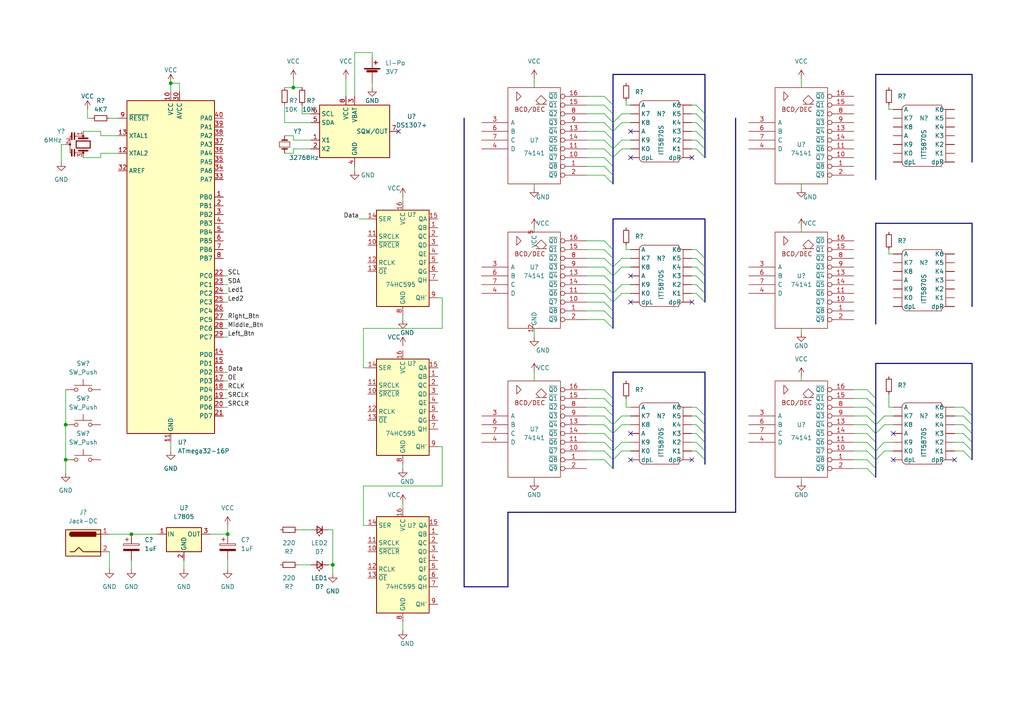
<source format=kicad_sch>
(kicad_sch (version 20211123) (generator eeschema)
  (paper "A4")
  (lib_symbols
    (symbol "74141_1" (pin_names (offset 0.762))
      (property "Reference" "U?" (at 0 3.81 0))
      (property "Value" "74141" (at 0 1.27 0))
      (symbol "74141_1_0_0"
        (polyline (pts (xy 3.556 9.144) (xy 3.048 9.144) (xy 3.048 9.144)))
        (polyline (pts (xy -5.08 12.7) (xy -5.08 10.16) (xy -3.81 11.43) (xy -5.08 12.7) (xy -5.08 12.7)))
        (polyline (pts (xy 2.54 9.144) (xy 3.556 10.16) (xy 2.032 11.684) (xy 0.508 10.16) (xy 1.524 9.144) (xy 0.508 9.144) (xy 3.556 9.144)))
        (text "BCD/DEC" (at -1.27 7.62 0) (effects (font (size 1.27 1.27))))
        (pin power_in line (at 0 -13.97 90) (length 0) (name "GND") (number "12"))
        (pin power_in line (at 0 13.97 270) (length 0) (name "VCC") (number "5"))
      )
      (symbol "74141_1_0_1"
        (rectangle (start -7.62 13.97) (end 7.62 -13.97))
      )
      (symbol "74141_1_1_1"
        (pin open_collector inverted (at 15.24 -8.89 180) (length 7.62) (name "~{Q8}") (number "1"))
        (pin open_collector inverted (at 15.24 -6.35 180) (length 7.62) (name "~{Q7}") (number "10"))
        (pin open_collector inverted (at 15.24 -3.81 180) (length 7.62) (name "~{Q6}") (number "11"))
        (pin open_collector inverted (at 15.24 1.27 180) (length 7.62) (name "~{Q4}") (number "13"))
        (pin open_collector inverted (at 15.24 -1.27 180) (length 7.62) (name "~{Q5}") (number "14"))
        (pin open_collector inverted (at 15.24 8.89 180) (length 7.62) (name "~{Q1}") (number "15"))
        (pin open_collector inverted (at 15.24 11.43 180) (length 7.62) (name "~{Q0}") (number "16"))
        (pin open_collector inverted (at 15.24 -11.43 180) (length 7.62) (name "~{Q9}") (number "2"))
        (pin input line (at -15.24 3.81 0) (length 7.62) (name "A") (number "3"))
        (pin input line (at -15.24 -3.81 0) (length 7.62) (name "D") (number "4"))
        (pin input line (at -15.24 1.27 0) (length 7.62) (name "B") (number "6"))
        (pin input line (at -15.24 -1.27 0) (length 7.62) (name "C") (number "7"))
        (pin open_collector inverted (at 15.24 6.35 180) (length 7.62) (name "~{Q2}") (number "8"))
        (pin open_collector inverted (at 15.24 3.81 180) (length 7.62) (name "~{Q3}") (number "9"))
      )
    )
    (symbol "74xx:74HC595"
      (property "Reference" "U" (at -7.62 13.97 0))
      (property "Value" "74HC595" (at -7.62 -16.51 0))
      (symbol "74HC595_1_0"
        (pin tri_state line (at 10.16 7.62 180) (length 2.54) (name "QB") (number "1"))
        (pin input line (at -10.16 2.54 0) (length 2.54) (name "~{SRCLR}") (number "10"))
        (pin input line (at -10.16 5.08 0) (length 2.54) (name "SRCLK") (number "11"))
        (pin input line (at -10.16 -2.54 0) (length 2.54) (name "RCLK") (number "12"))
        (pin input line (at -10.16 -5.08 0) (length 2.54) (name "~{OE}") (number "13"))
        (pin input line (at -10.16 10.16 0) (length 2.54) (name "SER") (number "14"))
        (pin tri_state line (at 10.16 10.16 180) (length 2.54) (name "QA") (number "15"))
        (pin power_in line (at 0 15.24 270) (length 2.54) (name "VCC") (number "16"))
        (pin tri_state line (at 10.16 5.08 180) (length 2.54) (name "QC") (number "2"))
        (pin tri_state line (at 10.16 2.54 180) (length 2.54) (name "QD") (number "3"))
        (pin tri_state line (at 10.16 0 180) (length 2.54) (name "QE") (number "4"))
        (pin tri_state line (at 10.16 -2.54 180) (length 2.54) (name "QF") (number "5"))
        (pin tri_state line (at 10.16 -5.08 180) (length 2.54) (name "QG") (number "6"))
        (pin tri_state line (at 10.16 -7.62 180) (length 2.54) (name "QH") (number "7"))
        (pin power_in line (at 0 -17.78 90) (length 2.54) (name "GND") (number "8"))
        (pin output line (at 10.16 -12.7 180) (length 2.54) (name "QH'") (number "9"))
      )
      (symbol "74HC595_1_1"
        (rectangle (start -7.62 12.7) (end 7.62 -15.24) (stroke (width 0.254)) (fill (type background)))
      )
    )
    (symbol "74xx_IEEE:74141" (pin_names (offset 0.762))
      (property "Reference" "U" (at 0 0 0))
      (property "Value" "74141" (at 7.62 -15.24 0))
      (symbol "74141_0_0"
        (polyline (pts (xy 3.556 9.144) (xy 3.048 9.144) (xy 3.048 9.144)))
        (polyline (pts (xy -5.08 12.7) (xy -5.08 10.16) (xy -3.81 11.43) (xy -5.08 12.7) (xy -5.08 12.7)))
        (polyline (pts (xy 2.54 9.144) (xy 3.556 10.16) (xy 2.032 11.684) (xy 0.508 10.16) (xy 1.524 9.144) (xy 0.508 9.144) (xy 3.556 9.144)))
        (text "BCD/DEC" (at -1.27 7.62 0) (effects (font (size 1.27 1.27))))
        (pin power_in line (at 0 -13.97 90) (length 0) hide (name "GND") (number "12"))
        (pin power_in line (at 0 13.97 270) (length 0) hide (name "VCC") (number "5"))
      )
      (symbol "74141_0_1"
        (rectangle (start -7.62 13.97) (end 7.62 -13.97))
      )
      (symbol "74141_1_1"
        (pin open_collector inverted (at 15.24 -8.89 180) (length 7.62) (name "~{Q8}") (number "1"))
        (pin open_collector inverted (at 15.24 -6.35 180) (length 7.62) (name "~{Q7}") (number "10"))
        (pin open_collector inverted (at 15.24 -3.81 180) (length 7.62) (name "~{Q6}") (number "11"))
        (pin open_collector inverted (at 15.24 1.27 180) (length 7.62) (name "~{Q4}") (number "13"))
        (pin open_collector inverted (at 15.24 -1.27 180) (length 7.62) (name "~{Q5}") (number "14"))
        (pin open_collector inverted (at 15.24 8.89 180) (length 7.62) (name "~{Q1}") (number "15"))
        (pin open_collector inverted (at 15.24 11.43 180) (length 7.62) (name "~{Q0}") (number "16"))
        (pin open_collector inverted (at 15.24 -11.43 180) (length 7.62) (name "~{Q9}") (number "2"))
        (pin input line (at -15.24 3.81 0) (length 7.62) (name "A") (number "3"))
        (pin input line (at -15.24 -3.81 0) (length 7.62) (name "D") (number "4"))
        (pin input line (at -15.24 1.27 0) (length 7.62) (name "B") (number "6"))
        (pin input line (at -15.24 -1.27 0) (length 7.62) (name "C") (number "7"))
        (pin open_collector inverted (at 15.24 6.35 180) (length 7.62) (name "~{Q2}") (number "8"))
        (pin open_collector inverted (at 15.24 3.81 180) (length 7.62) (name "~{Q3}") (number "9"))
      )
    )
    (symbol "Connector:Jack-DC" (pin_names (offset 1.016))
      (property "Reference" "J" (at 0 5.334 0))
      (property "Value" "Jack-DC" (at 0 -5.08 0))
      (symbol "Jack-DC_0_1"
        (rectangle (start -5.08 3.81) (end 5.08 -3.81) (stroke (width 0.254)) (fill (type background)))
        (arc (start -3.302 3.175) (mid -3.937 2.54) (end -3.302 1.905) (stroke (width 0.254)))
        (arc (start -3.302 3.175) (mid -3.937 2.54) (end -3.302 1.905) (stroke (width 0.254)) (fill (type outline)))
        (polyline (pts (xy 5.08 2.54) (xy 3.81 2.54)) (stroke (width 0.254)))
        (polyline (pts (xy -3.81 -2.54) (xy -2.54 -2.54) (xy -1.27 -1.27) (xy 0 -2.54) (xy 2.54 -2.54) (xy 5.08 -2.54)) (stroke (width 0.254)))
        (rectangle (start 3.683 3.175) (end -3.302 1.905) (stroke (width 0.254)) (fill (type outline)))
      )
      (symbol "Jack-DC_1_1"
        (pin passive line (at 7.62 2.54 180) (length 2.54) (name "~") (number "1"))
        (pin passive line (at 7.62 -2.54 180) (length 2.54) (name "~") (number "2"))
      )
    )
    (symbol "Device:Battery_Cell" (pin_numbers hide) (pin_names (offset 0) hide)
      (property "Reference" "BT" (at 2.54 2.54 0))
      (property "Value" "Battery_Cell" (at 2.54 0 0))
      (symbol "Battery_Cell_0_1"
        (rectangle (start -2.286 1.778) (end 2.286 1.524) (fill (type outline)))
        (rectangle (start -1.5748 1.1938) (end 1.4732 0.6858) (fill (type outline)))
        (polyline (pts (xy 0 0.762) (xy 0 0)))
        (polyline (pts (xy 0 1.778) (xy 0 2.54)))
        (polyline (pts (xy 0.508 3.429) (xy 1.524 3.429)) (stroke (width 0.254)))
        (polyline (pts (xy 1.016 3.937) (xy 1.016 2.921)) (stroke (width 0.254)))
      )
      (symbol "Battery_Cell_1_1"
        (pin passive line (at 0 5.08 270) (length 2.54) (name "+") (number "1"))
        (pin passive line (at 0 -2.54 90) (length 2.54) (name "-") (number "2"))
      )
    )
    (symbol "Device:C_Polarized" (pin_numbers hide) (pin_names (offset 0.254))
      (property "Reference" "C" (at 0.635 2.54 0))
      (property "Value" "C_Polarized" (at 0.635 -2.54 0))
      (symbol "C_Polarized_0_1"
        (rectangle (start -2.286 0.508) (end 2.286 1.016))
        (polyline (pts (xy -1.778 2.286) (xy -0.762 2.286)))
        (polyline (pts (xy -1.27 2.794) (xy -1.27 1.778)))
        (rectangle (start 2.286 -0.508) (end -2.286 -1.016) (fill (type outline)))
      )
      (symbol "C_Polarized_1_1"
        (pin passive line (at 0 3.81 270) (length 2.794) (name "~") (number "1"))
        (pin passive line (at 0 -3.81 90) (length 2.794) (name "~") (number "2"))
      )
    )
    (symbol "Device:Crystal_Small" (pin_numbers hide) (pin_names (offset 1.016) hide)
      (property "Reference" "Y" (at 0 2.54 0))
      (property "Value" "Crystal_Small" (at 0 -2.54 0))
      (symbol "Crystal_Small_0_1"
        (rectangle (start -0.762 -1.524) (end 0.762 1.524))
        (polyline (pts (xy -1.27 -0.762) (xy -1.27 0.762)) (stroke (width 0.381)))
        (polyline (pts (xy 1.27 -0.762) (xy 1.27 0.762)) (stroke (width 0.381)))
      )
      (symbol "Crystal_Small_1_1"
        (pin passive line (at -2.54 0 0) (length 1.27) (name "1") (number "1"))
        (pin passive line (at 2.54 0 180) (length 1.27) (name "2") (number "2"))
      )
    )
    (symbol "Device:LED_Small" (pin_numbers hide) (pin_names (offset 0.254) hide)
      (property "Reference" "D" (at -1.27 3.175 0))
      (property "Value" "LED_Small" (at -4.445 -2.54 0))
      (symbol "LED_Small_0_1"
        (polyline (pts (xy -0.762 -1.016) (xy -0.762 1.016)) (stroke (width 0.254)))
        (polyline (pts (xy 1.016 0) (xy -0.762 0)))
        (polyline (pts (xy 0.762 -1.016) (xy -0.762 0) (xy 0.762 1.016) (xy 0.762 -1.016)) (stroke (width 0.254)))
        (polyline (pts (xy 0 0.762) (xy -0.508 1.27) (xy -0.254 1.27) (xy -0.508 1.27) (xy -0.508 1.016)))
        (polyline (pts (xy 0.508 1.27) (xy 0 1.778) (xy 0.254 1.778) (xy 0 1.778) (xy 0 1.524)))
      )
      (symbol "LED_Small_1_1"
        (pin passive line (at -2.54 0 0) (length 1.778) (name "K") (number "1"))
        (pin passive line (at 2.54 0 180) (length 1.778) (name "A") (number "2"))
      )
    )
    (symbol "Device:R_Small" (pin_numbers hide) (pin_names (offset 0.254) hide)
      (property "Reference" "R" (at 0.762 0.508 0))
      (property "Value" "R_Small" (at 0.762 -1.016 0))
      (symbol "R_Small_0_1"
        (rectangle (start -0.762 1.778) (end 0.762 -1.778) (stroke (width 0.2032)))
      )
      (symbol "R_Small_1_1"
        (pin passive line (at 0 2.54 270) (length 0.762) (name "~") (number "1"))
        (pin passive line (at 0 -2.54 90) (length 0.762) (name "~") (number "2"))
      )
    )
    (symbol "Device:Resonator" (pin_names (offset 1.016) hide)
      (property "Reference" "Y" (at 0 5.715 0))
      (property "Value" "Resonator" (at 0 3.81 0))
      (symbol "Resonator_0_1"
        (rectangle (start -3.429 -3.175) (end -1.397 -3.429) (fill (type outline)))
        (rectangle (start -3.429 -2.413) (end -1.397 -2.667) (fill (type outline)))
        (circle (center -2.413 0) (radius 0.254) (fill (type outline)))
        (rectangle (start -1.016 2.032) (end 1.016 -2.032) (stroke (width 0.3048)))
        (circle (center 0 -3.81) (radius 0.254) (fill (type outline)))
        (polyline (pts (xy -2.413 -2.413) (xy -2.413 0)))
        (polyline (pts (xy -1.905 0) (xy -3.175 0)))
        (polyline (pts (xy -1.778 -1.27) (xy -1.778 1.27)) (stroke (width 0.508)))
        (polyline (pts (xy 1.778 -1.27) (xy 1.778 1.27)) (stroke (width 0.508)))
        (polyline (pts (xy 1.905 0) (xy 2.54 0)))
        (polyline (pts (xy 2.413 0) (xy 2.413 -2.54)))
        (polyline (pts (xy 2.413 -3.302) (xy 2.413 -3.81) (xy -2.413 -3.81) (xy -2.413 -3.302)))
        (rectangle (start 1.397 -3.175) (end 3.429 -3.429) (fill (type outline)))
        (rectangle (start 1.397 -2.413) (end 3.429 -2.667) (fill (type outline)))
        (circle (center 2.413 0) (radius 0.254) (fill (type outline)))
      )
      (symbol "Resonator_1_1"
        (pin passive line (at -3.81 0 0) (length 1.27) (name "1") (number "1"))
        (pin passive line (at 0 -5.08 90) (length 1.27) (name "2") (number "2"))
        (pin passive line (at 3.81 0 180) (length 1.27) (name "3") (number "3"))
      )
    )
    (symbol "ITT5870S:ITT5870S"
      (property "Reference" "N" (at 0 -17.78 0))
      (property "Value" "ITT5870S" (at 0 -8.89 90))
      (symbol "ITT5870S_0_1"
        (arc (start -6.35 -19.05) (mid -5.978 -19.948) (end -5.08 -20.32))
        (arc (start -5.08 -2.54) (mid -5.978 -2.912) (end -6.35 -3.81))
        (polyline (pts (xy -6.35 -3.81) (xy -6.35 -19.05)))
        (polyline (pts (xy -5.08 -20.32) (xy 3.81 -20.32)))
        (polyline (pts (xy -5.08 -2.54) (xy 3.81 -2.54)))
        (polyline (pts (xy 5.08 -20.32) (xy 3.81 -20.32)))
        (polyline (pts (xy 5.08 -2.54) (xy 3.81 -2.54)))
        (polyline (pts (xy 6.35 -19.05) (xy 6.35 -3.81)))
        (arc (start 5.08 -2.54) (mid 4.182 -4.708) (end 6.35 -3.81))
        (arc (start 6.35 -19.05) (mid 4.182 -18.152) (end 5.08 -20.32))
      )
      (symbol "ITT5870S_1_1"
        (pin input line (at -8.89 -11.43 0) (length 2.54) (name "A") (number ""))
        (pin input line (at -8.89 -3.81 0) (length 2.54) (name "A") (number ""))
        (pin input line (at -8.89 -16.51 0) (length 2.54) (name "K0") (number ""))
        (pin input line (at 8.89 -16.51 180) (length 2.54) (name "K1") (number ""))
        (pin input line (at 8.89 -13.97 180) (length 2.54) (name "K2") (number ""))
        (pin input line (at 8.89 -11.43 180) (length 2.54) (name "K3") (number ""))
        (pin input line (at 8.89 -8.89 180) (length 2.54) (name "K4") (number ""))
        (pin input line (at 8.89 -6.35 180) (length 2.54) (name "K5") (number ""))
        (pin input line (at 8.89 -3.81 180) (length 2.54) (name "K6") (number ""))
        (pin input line (at -8.89 -6.35 0) (length 2.54) (name "K7") (number ""))
        (pin input line (at -8.89 -8.89 0) (length 2.54) (name "K8") (number ""))
        (pin input line (at -8.89 -13.97 0) (length 2.54) (name "K9") (number ""))
        (pin input line (at -8.89 -19.05 0) (length 2.54) (name "dpL") (number ""))
        (pin input line (at 8.89 -19.05 180) (length 2.54) (name "dpR") (number ""))
      )
    )
    (symbol "MCU_Microchip_ATmega:ATmega32-16P"
      (property "Reference" "U" (at -12.7 49.53 0))
      (property "Value" "ATmega32-16P" (at 2.54 -49.53 0))
      (symbol "ATmega32-16P_0_1"
        (rectangle (start -12.7 -48.26) (end 12.7 48.26) (stroke (width 0.254)) (fill (type background)))
      )
      (symbol "ATmega32-16P_1_1"
        (pin bidirectional line (at 15.24 20.32 180) (length 2.54) (name "PB0") (number "1"))
        (pin power_in line (at 0 50.8 270) (length 2.54) (name "VCC") (number "10"))
        (pin power_in line (at 0 -50.8 90) (length 2.54) (name "GND") (number "11"))
        (pin output line (at -15.24 33.02 0) (length 2.54) (name "XTAL2") (number "12"))
        (pin input line (at -15.24 38.1 0) (length 2.54) (name "XTAL1") (number "13"))
        (pin bidirectional line (at 15.24 -25.4 180) (length 2.54) (name "PD0") (number "14"))
        (pin bidirectional line (at 15.24 -27.94 180) (length 2.54) (name "PD1") (number "15"))
        (pin bidirectional line (at 15.24 -30.48 180) (length 2.54) (name "PD2") (number "16"))
        (pin bidirectional line (at 15.24 -33.02 180) (length 2.54) (name "PD3") (number "17"))
        (pin bidirectional line (at 15.24 -35.56 180) (length 2.54) (name "PD4") (number "18"))
        (pin bidirectional line (at 15.24 -38.1 180) (length 2.54) (name "PD5") (number "19"))
        (pin bidirectional line (at 15.24 17.78 180) (length 2.54) (name "PB1") (number "2"))
        (pin bidirectional line (at 15.24 -40.64 180) (length 2.54) (name "PD6") (number "20"))
        (pin bidirectional line (at 15.24 -43.18 180) (length 2.54) (name "PD7") (number "21"))
        (pin bidirectional line (at 15.24 -2.54 180) (length 2.54) (name "PC0") (number "22"))
        (pin bidirectional line (at 15.24 -5.08 180) (length 2.54) (name "PC1") (number "23"))
        (pin bidirectional line (at 15.24 -7.62 180) (length 2.54) (name "PC2") (number "24"))
        (pin bidirectional line (at 15.24 -10.16 180) (length 2.54) (name "PC3") (number "25"))
        (pin bidirectional line (at 15.24 -12.7 180) (length 2.54) (name "PC4") (number "26"))
        (pin bidirectional line (at 15.24 -15.24 180) (length 2.54) (name "PC5") (number "27"))
        (pin bidirectional line (at 15.24 -17.78 180) (length 2.54) (name "PC6") (number "28"))
        (pin bidirectional line (at 15.24 -20.32 180) (length 2.54) (name "PC7") (number "29"))
        (pin bidirectional line (at 15.24 15.24 180) (length 2.54) (name "PB2") (number "3"))
        (pin power_in line (at 2.54 50.8 270) (length 2.54) (name "AVCC") (number "30"))
        (pin passive line (at 0 -50.8 90) (length 2.54) hide (name "GND") (number "31"))
        (pin passive line (at -15.24 27.94 0) (length 2.54) (name "AREF") (number "32"))
        (pin bidirectional line (at 15.24 25.4 180) (length 2.54) (name "PA7") (number "33"))
        (pin bidirectional line (at 15.24 27.94 180) (length 2.54) (name "PA6") (number "34"))
        (pin bidirectional line (at 15.24 30.48 180) (length 2.54) (name "PA5") (number "35"))
        (pin bidirectional line (at 15.24 33.02 180) (length 2.54) (name "PA4") (number "36"))
        (pin bidirectional line (at 15.24 35.56 180) (length 2.54) (name "PA3") (number "37"))
        (pin bidirectional line (at 15.24 38.1 180) (length 2.54) (name "PA2") (number "38"))
        (pin bidirectional line (at 15.24 40.64 180) (length 2.54) (name "PA1") (number "39"))
        (pin bidirectional line (at 15.24 12.7 180) (length 2.54) (name "PB3") (number "4"))
        (pin bidirectional line (at 15.24 43.18 180) (length 2.54) (name "PA0") (number "40"))
        (pin bidirectional line (at 15.24 10.16 180) (length 2.54) (name "PB4") (number "5"))
        (pin bidirectional line (at 15.24 7.62 180) (length 2.54) (name "PB5") (number "6"))
        (pin bidirectional line (at 15.24 5.08 180) (length 2.54) (name "PB6") (number "7"))
        (pin bidirectional line (at 15.24 2.54 180) (length 2.54) (name "PB7") (number "8"))
        (pin input line (at -15.24 43.18 0) (length 2.54) (name "~{RESET}") (number "9"))
      )
    )
    (symbol "Regulator_Linear:L7805" (pin_names (offset 0.254))
      (property "Reference" "U" (at -3.81 3.175 0))
      (property "Value" "L7805" (at 0 3.175 0))
      (symbol "L7805_0_1"
        (rectangle (start -5.08 1.905) (end 5.08 -5.08) (stroke (width 0.254)) (fill (type background)))
      )
      (symbol "L7805_1_1"
        (pin power_in line (at -7.62 0 0) (length 2.54) (name "IN") (number "1"))
        (pin power_in line (at 0 -7.62 90) (length 2.54) (name "GND") (number "2"))
        (pin power_out line (at 7.62 0 180) (length 2.54) (name "OUT") (number "3"))
      )
    )
    (symbol "Switch:SW_Push" (pin_numbers hide) (pin_names (offset 1.016) hide)
      (property "Reference" "SW" (at 1.27 2.54 0))
      (property "Value" "SW_Push" (at 0 -1.524 0))
      (symbol "SW_Push_0_1"
        (circle (center -2.032 0) (radius 0.508))
        (polyline (pts (xy 0 1.27) (xy 0 3.048)))
        (polyline (pts (xy 2.54 1.27) (xy -2.54 1.27)))
        (circle (center 2.032 0) (radius 0.508))
        (pin passive line (at -5.08 0 0) (length 2.54) (name "1") (number "1"))
        (pin passive line (at 5.08 0 180) (length 2.54) (name "2") (number "2"))
      )
    )
    (symbol "Timer_RTC:DS1307+"
      (property "Reference" "U" (at -8.89 8.89 0))
      (property "Value" "DS1307+" (at 1.27 8.89 0))
      (symbol "DS1307+_0_1"
        (rectangle (start -10.16 7.62) (end 10.16 -7.62) (stroke (width 0.254)) (fill (type background)))
      )
      (symbol "DS1307+_1_1"
        (pin input line (at -12.7 -2.54 0) (length 2.54) (name "X1") (number "1"))
        (pin input line (at -12.7 -5.08 0) (length 2.54) (name "X2") (number "2"))
        (pin power_in line (at 0 10.16 270) (length 2.54) (name "VBAT") (number "3"))
        (pin power_in line (at 0 -10.16 90) (length 2.54) (name "GND") (number "4"))
        (pin bidirectional line (at -12.7 2.54 0) (length 2.54) (name "SDA") (number "5"))
        (pin input line (at -12.7 5.08 0) (length 2.54) (name "SCL") (number "6"))
        (pin open_collector line (at 12.7 0 180) (length 2.54) (name "SQW/OUT") (number "7"))
        (pin power_in line (at -2.54 10.16 270) (length 2.54) (name "VCC") (number "8"))
      )
    )
    (symbol "power:GND" (power) (pin_names (offset 0))
      (property "Value" "GND" (at 0 -3.81 0))
      (symbol "GND_0_1"
        (polyline (pts (xy 0 0) (xy 0 -1.27) (xy 1.27 -1.27) (xy 0 -2.54) (xy -1.27 -1.27) (xy 0 -1.27)))
      )
      (symbol "GND_1_1"
        (pin power_in line (at 0 0 270) (length 0) hide (name "GND") (number "1"))
      )
    )
    (symbol "power:VCC" (power) (pin_names (offset 0))
      (property "Value" "VCC" (at 0 3.81 0))
      (symbol "VCC_0_1"
        (polyline (pts (xy -0.762 1.27) (xy 0 2.54)))
        (polyline (pts (xy 0 0) (xy 0 2.54)))
        (polyline (pts (xy 0 2.54) (xy 0.762 1.27)))
      )
      (symbol "VCC_1_1"
        (pin power_in line (at 0 0 90) (length 0) hide (name "VCC") (number "1"))
      )
    )
  )
  (junction (at 49.53 24.13))
  (junction (at 19.05 123.19))
  (junction (at 96.52 163.83))
  (junction (at 19.05 133.35))
  (junction (at 85.09 25.4))
  (junction (at 66.04 154.94))
  (junction (at 38.1 154.94))
  (no_connect (at 115.57 38.1))
  (no_connect (at 200.66 87.63))
  (no_connect (at 182.88 38.1))
  (no_connect (at 259.08 125.73))
  (no_connect (at 182.88 125.73))
  (no_connect (at 200.66 45.72))
  (no_connect (at 276.86 133.35))
  (no_connect (at 259.08 133.35))
  (no_connect (at 182.88 87.63))
  (no_connect (at 182.88 133.35))
  (no_connect (at 182.88 45.72))
  (no_connect (at 182.88 80.01))
  (no_connect (at 200.66 133.35))
  (bus_entry (at 175.26 120.65) (size 2.54 2.54))
  (bus_entry (at 201.93 33.02) (size 2.54 2.54))
  (bus_entry (at 175.26 77.47) (size 2.54 2.54))
  (bus_entry (at 201.93 38.1) (size 2.54 2.54))
  (bus_entry (at 175.26 48.26) (size 2.54 2.54))
  (bus_entry (at 201.93 128.27) (size 2.54 2.54))
  (bus_entry (at 175.26 87.63) (size 2.54 2.54))
  (bus_entry (at 180.34 33.02) (size -2.54 2.54))
  (bus_entry (at 180.34 40.64) (size -2.54 2.54))
  (bus_entry (at 201.93 77.47) (size 2.54 2.54))
  (bus_entry (at 201.93 30.48) (size 2.54 2.54))
  (bus_entry (at 180.34 74.93) (size -2.54 2.54))
  (bus_entry (at 279.4 128.27) (size 2.54 2.54))
  (bus_entry (at 180.34 123.19) (size -2.54 2.54))
  (bus_entry (at 175.26 82.55) (size 2.54 2.54))
  (bus_entry (at 201.93 125.73) (size 2.54 2.54))
  (bus_entry (at 180.34 128.27) (size -2.54 2.54))
  (bus_entry (at 201.93 72.39) (size 2.54 2.54))
  (bus_entry (at 251.46 135.89) (size 2.54 2.54))
  (bus_entry (at 175.26 80.01) (size 2.54 2.54))
  (bus_entry (at 175.26 43.18) (size 2.54 2.54))
  (bus_entry (at 201.93 80.01) (size 2.54 2.54))
  (bus_entry (at 201.93 118.11) (size 2.54 2.54))
  (bus_entry (at 175.26 128.27) (size 2.54 2.54))
  (bus_entry (at 279.4 130.81) (size 2.54 2.54))
  (bus_entry (at 175.26 40.64) (size 2.54 2.54))
  (bus_entry (at 251.46 130.81) (size 2.54 2.54))
  (bus_entry (at 251.46 128.27) (size 2.54 2.54))
  (bus_entry (at 180.34 77.47) (size -2.54 2.54))
  (bus_entry (at 175.26 72.39) (size 2.54 2.54))
  (bus_entry (at 201.93 82.55) (size 2.54 2.54))
  (bus_entry (at 201.93 130.81) (size 2.54 2.54))
  (bus_entry (at 175.26 125.73) (size 2.54 2.54))
  (bus_entry (at 180.34 85.09) (size -2.54 2.54))
  (bus_entry (at 180.34 82.55) (size -2.54 2.54))
  (bus_entry (at 175.26 118.11) (size 2.54 2.54))
  (bus_entry (at 175.26 133.35) (size 2.54 2.54))
  (bus_entry (at 175.26 69.85) (size 2.54 2.54))
  (bus_entry (at 256.54 120.65) (size -2.54 2.54))
  (bus_entry (at 251.46 125.73) (size 2.54 2.54))
  (bus_entry (at 251.46 120.65) (size 2.54 2.54))
  (bus_entry (at 175.26 27.94) (size 2.54 2.54))
  (bus_entry (at 175.26 50.8) (size 2.54 2.54))
  (bus_entry (at 201.93 43.18) (size 2.54 2.54))
  (bus_entry (at 256.54 123.19) (size -2.54 2.54))
  (bus_entry (at 279.4 125.73) (size 2.54 2.54))
  (bus_entry (at 175.26 74.93) (size 2.54 2.54))
  (bus_entry (at 175.26 90.17) (size 2.54 2.54))
  (bus_entry (at 201.93 85.09) (size 2.54 2.54))
  (bus_entry (at 180.34 120.65) (size -2.54 2.54))
  (bus_entry (at 251.46 115.57) (size 2.54 2.54))
  (bus_entry (at 175.26 45.72) (size 2.54 2.54))
  (bus_entry (at 201.93 123.19) (size 2.54 2.54))
  (bus_entry (at 180.34 43.18) (size -2.54 2.54))
  (bus_entry (at 175.26 130.81) (size 2.54 2.54))
  (bus_entry (at 175.26 38.1) (size 2.54 2.54))
  (bus_entry (at 180.34 35.56) (size -2.54 2.54))
  (bus_entry (at 251.46 123.19) (size 2.54 2.54))
  (bus_entry (at 180.34 130.81) (size -2.54 2.54))
  (bus_entry (at 279.4 123.19) (size 2.54 2.54))
  (bus_entry (at 201.93 40.64) (size 2.54 2.54))
  (bus_entry (at 175.26 30.48) (size 2.54 2.54))
  (bus_entry (at 175.26 123.19) (size 2.54 2.54))
  (bus_entry (at 256.54 128.27) (size -2.54 2.54))
  (bus_entry (at 175.26 115.57) (size 2.54 2.54))
  (bus_entry (at 175.26 92.71) (size 2.54 2.54))
  (bus_entry (at 175.26 113.03) (size 2.54 2.54))
  (bus_entry (at 201.93 74.93) (size 2.54 2.54))
  (bus_entry (at 201.93 120.65) (size 2.54 2.54))
  (bus_entry (at 175.26 33.02) (size 2.54 2.54))
  (bus_entry (at 201.93 35.56) (size 2.54 2.54))
  (bus_entry (at 256.54 130.81) (size -2.54 2.54))
  (bus_entry (at 251.46 133.35) (size 2.54 2.54))
  (bus_entry (at 175.26 85.09) (size 2.54 2.54))
  (bus_entry (at 175.26 35.56) (size 2.54 2.54))
  (bus_entry (at 279.4 118.11) (size 2.54 2.54))
  (bus_entry (at 279.4 120.65) (size 2.54 2.54))
  (bus_entry (at 251.46 118.11) (size 2.54 2.54))
  (bus_entry (at 251.46 113.03) (size 2.54 2.54))
  (bus (pts (xy 254 123.19) (xy 254 120.65)))
  (bus (pts (xy 204.47 120.65) (xy 204.47 123.19)))
  (wire (pts (xy 19.05 41.91) (xy 17.78 41.91)))
  (bus (pts (xy 177.8 107.95) (xy 204.47 107.95)))
  (wire (pts (xy 90.17 153.67) (xy 86.36 153.67)))
  (wire (pts (xy 64.77 118.11) (xy 66.04 118.11)))
  (wire (pts (xy 170.18 128.27) (xy 175.26 128.27)))
  (bus (pts (xy 254 130.81) (xy 254 128.27)))
  (wire (pts (xy 25.4 31.75) (xy 25.4 34.29)))
  (wire (pts (xy 247.65 115.57) (xy 251.46 115.57)))
  (wire (pts (xy 256.54 120.65) (xy 259.08 120.65)))
  (wire (pts (xy 257.81 118.11) (xy 259.08 118.11)))
  (wire (pts (xy 181.61 30.48) (xy 182.88 30.48)))
  (bus (pts (xy 177.8 33.02) (xy 177.8 30.48)))
  (wire (pts (xy 85.09 22.86) (xy 85.09 25.4)))
  (bus (pts (xy 177.8 50.8) (xy 177.8 53.34)))
  (wire (pts (xy 200.66 35.56) (xy 201.93 35.56)))
  (wire (pts (xy 116.84 91.44) (xy 116.84 92.71)))
  (wire (pts (xy 116.84 57.15) (xy 116.84 58.42)))
  (wire (pts (xy 102.87 48.26) (xy 102.87 49.53)))
  (wire (pts (xy 170.18 87.63) (xy 175.26 87.63)))
  (wire (pts (xy 170.18 118.11) (xy 175.26 118.11)))
  (wire (pts (xy 105.41 95.25) (xy 105.41 106.68)))
  (wire (pts (xy 85.09 44.45) (xy 85.09 43.18)))
  (wire (pts (xy 232.41 22.86) (xy 232.41 25.4)))
  (wire (pts (xy 170.18 50.8) (xy 175.26 50.8)))
  (bus (pts (xy 177.8 35.56) (xy 177.8 33.02)))
  (bus (pts (xy 177.8 45.72) (xy 177.8 43.18)))
  (wire (pts (xy 128.27 95.25) (xy 105.41 95.25)))
  (bus (pts (xy 254 133.35) (xy 254 130.81)))
  (bus (pts (xy 177.8 48.26) (xy 177.8 45.72)))
  (wire (pts (xy 52.07 26.67) (xy 52.07 24.13)))
  (bus (pts (xy 281.94 21.59) (xy 281.94 46.99)))
  (bus (pts (xy 254 118.11) (xy 254 115.57)))
  (wire (pts (xy 170.18 35.56) (xy 175.26 35.56)))
  (bus (pts (xy 254 64.77) (xy 281.94 64.77)))
  (wire (pts (xy 276.86 125.73) (xy 279.4 125.73)))
  (bus (pts (xy 177.8 133.35) (xy 177.8 135.89)))
  (wire (pts (xy 87.63 30.48) (xy 87.63 33.02)))
  (bus (pts (xy 147.32 170.18) (xy 147.32 148.59)))
  (wire (pts (xy 154.94 53.34) (xy 154.94 54.61)))
  (bus (pts (xy 204.47 35.56) (xy 204.47 38.1)))
  (bus (pts (xy 177.8 50.8) (xy 177.8 48.26)))
  (bus (pts (xy 177.8 30.48) (xy 177.8 21.59)))
  (bus (pts (xy 254 21.59) (xy 281.94 21.59)))
  (wire (pts (xy 200.66 43.18) (xy 201.93 43.18)))
  (wire (pts (xy 128.27 140.97) (xy 105.41 140.97)))
  (wire (pts (xy 170.18 72.39) (xy 175.26 72.39)))
  (wire (pts (xy 105.41 140.97) (xy 105.41 152.4)))
  (wire (pts (xy 19.05 133.35) (xy 19.05 137.16)))
  (wire (pts (xy 154.94 95.25) (xy 154.94 97.79)))
  (wire (pts (xy 180.34 77.47) (xy 182.88 77.47)))
  (bus (pts (xy 254 52.07) (xy 254 21.59)))
  (wire (pts (xy 85.09 25.4) (xy 87.63 25.4)))
  (wire (pts (xy 200.66 72.39) (xy 201.93 72.39)))
  (wire (pts (xy 104.14 63.5) (xy 106.68 63.5)))
  (bus (pts (xy 177.8 130.81) (xy 177.8 133.35)))
  (wire (pts (xy 66.04 162.56) (xy 66.04 165.1)))
  (wire (pts (xy 49.53 24.13) (xy 52.07 24.13)))
  (wire (pts (xy 170.18 115.57) (xy 175.26 115.57)))
  (bus (pts (xy 177.8 40.64) (xy 177.8 38.1)))
  (wire (pts (xy 256.54 130.81) (xy 259.08 130.81)))
  (bus (pts (xy 281.94 123.19) (xy 281.94 125.73)))
  (wire (pts (xy 127 129.54) (xy 128.27 129.54)))
  (wire (pts (xy 232.41 66.04) (xy 232.41 67.31)))
  (wire (pts (xy 170.18 82.55) (xy 175.26 82.55)))
  (wire (pts (xy 85.09 25.4) (xy 82.55 25.4)))
  (wire (pts (xy 127 86.36) (xy 128.27 86.36)))
  (wire (pts (xy 38.1 162.56) (xy 38.1 165.1)))
  (wire (pts (xy 170.18 133.35) (xy 175.26 133.35)))
  (bus (pts (xy 281.94 128.27) (xy 281.94 130.81)))
  (wire (pts (xy 170.18 45.72) (xy 175.26 45.72)))
  (wire (pts (xy 170.18 33.02) (xy 175.26 33.02)))
  (wire (pts (xy 180.34 128.27) (xy 182.88 128.27)))
  (bus (pts (xy 204.47 21.59) (xy 204.47 33.02)))
  (wire (pts (xy 257.81 30.48) (xy 257.81 31.75)))
  (wire (pts (xy 200.66 120.65) (xy 201.93 120.65)))
  (wire (pts (xy 232.41 95.25) (xy 232.41 96.52)))
  (bus (pts (xy 204.47 123.19) (xy 204.47 125.73)))
  (wire (pts (xy 154.94 107.95) (xy 154.94 110.49)))
  (wire (pts (xy 90.17 163.83) (xy 86.36 163.83)))
  (wire (pts (xy 200.66 82.55) (xy 201.93 82.55)))
  (wire (pts (xy 247.65 118.11) (xy 251.46 118.11)))
  (wire (pts (xy 64.77 115.57) (xy 66.04 115.57)))
  (wire (pts (xy 170.18 77.47) (xy 175.26 77.47)))
  (wire (pts (xy 85.09 40.64) (xy 85.09 39.37)))
  (bus (pts (xy 177.8 43.18) (xy 177.8 40.64)))
  (bus (pts (xy 177.8 21.59) (xy 204.47 21.59)))
  (bus (pts (xy 177.8 80.01) (xy 177.8 82.55)))
  (wire (pts (xy 276.86 128.27) (xy 279.4 128.27)))
  (wire (pts (xy 247.65 135.89) (xy 251.46 135.89)))
  (wire (pts (xy 34.29 39.37) (xy 29.21 39.37)))
  (wire (pts (xy 64.77 113.03) (xy 66.04 113.03)))
  (wire (pts (xy 38.1 154.94) (xy 45.72 154.94)))
  (wire (pts (xy 180.34 74.93) (xy 182.88 74.93)))
  (bus (pts (xy 254 120.65) (xy 254 118.11)))
  (bus (pts (xy 204.47 125.73) (xy 204.47 128.27)))
  (bus (pts (xy 204.47 40.64) (xy 204.47 43.18)))
  (wire (pts (xy 170.18 85.09) (xy 175.26 85.09)))
  (bus (pts (xy 281.94 130.81) (xy 281.94 133.35)))
  (bus (pts (xy 281.94 105.41) (xy 281.94 120.65)))
  (wire (pts (xy 170.18 90.17) (xy 175.26 90.17)))
  (wire (pts (xy 170.18 123.19) (xy 175.26 123.19)))
  (wire (pts (xy 64.77 107.95) (xy 66.04 107.95)))
  (wire (pts (xy 200.66 85.09) (xy 201.93 85.09)))
  (wire (pts (xy 116.84 146.05) (xy 116.84 147.32)))
  (bus (pts (xy 254 105.41) (xy 281.94 105.41)))
  (bus (pts (xy 204.47 43.18) (xy 204.47 45.72)))
  (wire (pts (xy 154.94 22.86) (xy 154.94 25.4)))
  (bus (pts (xy 177.8 38.1) (xy 177.8 35.56)))
  (wire (pts (xy 170.18 38.1) (xy 175.26 38.1)))
  (bus (pts (xy 204.47 82.55) (xy 204.47 85.09)))
  (wire (pts (xy 200.66 40.64) (xy 201.93 40.64)))
  (wire (pts (xy 276.86 123.19) (xy 279.4 123.19)))
  (wire (pts (xy 276.86 120.65) (xy 279.4 120.65)))
  (bus (pts (xy 177.8 92.71) (xy 177.8 95.25)))
  (bus (pts (xy 281.94 120.65) (xy 281.94 123.19)))
  (bus (pts (xy 177.8 82.55) (xy 177.8 85.09)))
  (wire (pts (xy 64.77 82.55) (xy 66.04 82.55)))
  (wire (pts (xy 232.41 53.34) (xy 232.41 54.61)))
  (wire (pts (xy 64.77 110.49) (xy 66.04 110.49)))
  (bus (pts (xy 204.47 80.01) (xy 204.47 82.55)))
  (wire (pts (xy 276.86 118.11) (xy 279.4 118.11)))
  (wire (pts (xy 257.81 72.39) (xy 257.81 73.66)))
  (wire (pts (xy 17.78 41.91) (xy 17.78 46.99)))
  (bus (pts (xy 177.8 123.19) (xy 177.8 125.73)))
  (wire (pts (xy 96.52 153.67) (xy 96.52 163.83)))
  (wire (pts (xy 170.18 74.93) (xy 175.26 74.93)))
  (bus (pts (xy 281.94 125.73) (xy 281.94 128.27)))
  (wire (pts (xy 200.66 125.73) (xy 201.93 125.73)))
  (bus (pts (xy 254 115.57) (xy 254 105.41)))
  (wire (pts (xy 200.66 77.47) (xy 201.93 77.47)))
  (wire (pts (xy 200.66 38.1) (xy 201.93 38.1)))
  (bus (pts (xy 213.36 34.29) (xy 213.36 148.59)))
  (wire (pts (xy 170.18 69.85) (xy 175.26 69.85)))
  (wire (pts (xy 49.53 128.27) (xy 49.53 130.81)))
  (wire (pts (xy 180.34 82.55) (xy 182.88 82.55)))
  (bus (pts (xy 204.47 77.47) (xy 204.47 80.01)))
  (bus (pts (xy 177.8 85.09) (xy 177.8 87.63)))
  (wire (pts (xy 247.65 113.03) (xy 251.46 113.03)))
  (wire (pts (xy 128.27 129.54) (xy 128.27 140.97)))
  (wire (pts (xy 90.17 40.64) (xy 85.09 40.64)))
  (bus (pts (xy 177.8 128.27) (xy 177.8 130.81)))
  (wire (pts (xy 87.63 33.02) (xy 90.17 33.02)))
  (bus (pts (xy 204.47 63.5) (xy 204.47 74.93)))
  (wire (pts (xy 247.65 130.81) (xy 251.46 130.81)))
  (wire (pts (xy 257.81 73.66) (xy 259.08 73.66)))
  (wire (pts (xy 181.61 71.12) (xy 181.61 72.39)))
  (bus (pts (xy 177.8 63.5) (xy 177.8 72.39)))
  (wire (pts (xy 181.61 115.57) (xy 181.61 118.11)))
  (wire (pts (xy 154.94 66.04) (xy 154.94 67.31)))
  (wire (pts (xy 34.29 44.45) (xy 29.21 44.45)))
  (wire (pts (xy 247.65 128.27) (xy 251.46 128.27)))
  (bus (pts (xy 177.8 125.73) (xy 177.8 128.27)))
  (wire (pts (xy 19.05 123.19) (xy 19.05 133.35)))
  (wire (pts (xy 95.25 163.83) (xy 96.52 163.83)))
  (wire (pts (xy 96.52 163.83) (xy 96.52 166.37)))
  (wire (pts (xy 170.18 27.94) (xy 175.26 27.94)))
  (bus (pts (xy 177.8 72.39) (xy 177.8 74.93)))
  (bus (pts (xy 134.62 170.18) (xy 147.32 170.18)))
  (wire (pts (xy 257.81 114.3) (xy 257.81 118.11)))
  (wire (pts (xy 105.41 152.4) (xy 106.68 152.4)))
  (wire (pts (xy 49.53 24.13) (xy 49.53 26.67)))
  (wire (pts (xy 200.66 33.02) (xy 201.93 33.02)))
  (wire (pts (xy 181.61 72.39) (xy 182.88 72.39)))
  (wire (pts (xy 180.34 123.19) (xy 182.88 123.19)))
  (bus (pts (xy 204.47 38.1) (xy 204.47 40.64)))
  (wire (pts (xy 31.75 160.02) (xy 31.75 165.1)))
  (wire (pts (xy 200.66 128.27) (xy 201.93 128.27)))
  (wire (pts (xy 200.66 130.81) (xy 201.93 130.81)))
  (bus (pts (xy 254 125.73) (xy 254 123.19)))
  (wire (pts (xy 82.55 35.56) (xy 90.17 35.56)))
  (wire (pts (xy 85.09 43.18) (xy 90.17 43.18)))
  (wire (pts (xy 107.95 15.24) (xy 107.95 16.51)))
  (bus (pts (xy 177.8 87.63) (xy 177.8 90.17)))
  (bus (pts (xy 281.94 64.77) (xy 281.94 88.9)))
  (wire (pts (xy 105.41 106.68) (xy 106.68 106.68)))
  (wire (pts (xy 29.21 39.37) (xy 29.21 38.1)))
  (bus (pts (xy 177.8 74.93) (xy 177.8 77.47)))
  (wire (pts (xy 180.34 43.18) (xy 182.88 43.18)))
  (bus (pts (xy 204.47 130.81) (xy 204.47 133.35)))
  (wire (pts (xy 95.25 153.67) (xy 96.52 153.67)))
  (wire (pts (xy 200.66 80.01) (xy 201.93 80.01)))
  (wire (pts (xy 170.18 48.26) (xy 175.26 48.26)))
  (wire (pts (xy 53.34 162.56) (xy 53.34 165.1)))
  (wire (pts (xy 232.41 138.43) (xy 232.41 139.7)))
  (wire (pts (xy 200.66 74.93) (xy 201.93 74.93)))
  (wire (pts (xy 102.87 15.24) (xy 102.87 27.94)))
  (bus (pts (xy 177.8 63.5) (xy 204.47 63.5)))
  (wire (pts (xy 170.18 130.81) (xy 175.26 130.81)))
  (wire (pts (xy 200.66 118.11) (xy 201.93 118.11)))
  (wire (pts (xy 256.54 123.19) (xy 259.08 123.19)))
  (wire (pts (xy 25.4 34.29) (xy 26.67 34.29)))
  (bus (pts (xy 147.32 148.59) (xy 213.36 148.59)))
  (wire (pts (xy 31.75 154.94) (xy 38.1 154.94)))
  (wire (pts (xy 29.21 45.72) (xy 24.13 45.72)))
  (wire (pts (xy 170.18 40.64) (xy 175.26 40.64)))
  (wire (pts (xy 247.65 125.73) (xy 251.46 125.73)))
  (wire (pts (xy 107.95 15.24) (xy 102.87 15.24)))
  (wire (pts (xy 180.34 130.81) (xy 182.88 130.81)))
  (bus (pts (xy 177.8 107.95) (xy 177.8 115.57)))
  (wire (pts (xy 256.54 128.27) (xy 259.08 128.27)))
  (bus (pts (xy 204.47 85.09) (xy 204.47 87.63)))
  (bus (pts (xy 204.47 133.35) (xy 204.47 134.62)))
  (wire (pts (xy 64.77 97.79) (xy 66.04 97.79)))
  (bus (pts (xy 177.8 90.17) (xy 177.8 92.71)))
  (wire (pts (xy 64.77 87.63) (xy 66.04 87.63)))
  (bus (pts (xy 177.8 120.65) (xy 177.8 123.19)))
  (wire (pts (xy 170.18 80.01) (xy 175.26 80.01)))
  (wire (pts (xy 116.84 134.62) (xy 116.84 135.89)))
  (wire (pts (xy 64.77 92.71) (xy 66.04 92.71)))
  (wire (pts (xy 154.94 138.43) (xy 154.94 139.7)))
  (wire (pts (xy 247.65 123.19) (xy 251.46 123.19)))
  (wire (pts (xy 64.77 95.25) (xy 66.04 95.25)))
  (bus (pts (xy 254 93.98) (xy 254 64.77)))
  (wire (pts (xy 200.66 123.19) (xy 201.93 123.19)))
  (wire (pts (xy 64.77 85.09) (xy 66.04 85.09)))
  (bus (pts (xy 177.8 115.57) (xy 177.8 118.11)))
  (wire (pts (xy 170.18 43.18) (xy 175.26 43.18)))
  (wire (pts (xy 247.65 120.65) (xy 251.46 120.65)))
  (bus (pts (xy 254 128.27) (xy 254 125.73)))
  (wire (pts (xy 128.27 86.36) (xy 128.27 95.25)))
  (wire (pts (xy 116.84 180.34) (xy 116.84 182.88)))
  (wire (pts (xy 257.81 31.75) (xy 259.08 31.75)))
  (wire (pts (xy 180.34 33.02) (xy 182.88 33.02)))
  (wire (pts (xy 100.33 22.86) (xy 100.33 27.94)))
  (bus (pts (xy 254 135.89) (xy 254 133.35)))
  (wire (pts (xy 200.66 30.48) (xy 201.93 30.48)))
  (wire (pts (xy 19.05 113.03) (xy 19.05 123.19)))
  (wire (pts (xy 29.21 44.45) (xy 29.21 45.72)))
  (wire (pts (xy 31.75 34.29) (xy 34.29 34.29)))
  (wire (pts (xy 180.34 85.09) (xy 182.88 85.09)))
  (wire (pts (xy 170.18 92.71) (xy 175.26 92.71)))
  (wire (pts (xy 247.65 133.35) (xy 251.46 133.35)))
  (bus (pts (xy 204.47 107.95) (xy 204.47 120.65)))
  (wire (pts (xy 181.61 29.21) (xy 181.61 30.48)))
  (wire (pts (xy 107.95 24.13) (xy 107.95 25.4)))
  (bus (pts (xy 204.47 33.02) (xy 204.47 35.56)))
  (wire (pts (xy 60.96 154.94) (xy 66.04 154.94)))
  (wire (pts (xy 276.86 130.81) (xy 279.4 130.81)))
  (wire (pts (xy 170.18 113.03) (xy 175.26 113.03)))
  (wire (pts (xy 82.55 44.45) (xy 85.09 44.45)))
  (wire (pts (xy 82.55 30.48) (xy 82.55 35.56)))
  (wire (pts (xy 29.21 38.1) (xy 24.13 38.1)))
  (bus (pts (xy 177.8 118.11) (xy 177.8 120.65)))
  (bus (pts (xy 134.62 34.29) (xy 134.62 170.18)))
  (wire (pts (xy 64.77 80.01) (xy 66.04 80.01)))
  (wire (pts (xy 85.09 39.37) (xy 82.55 39.37)))
  (wire (pts (xy 180.34 40.64) (xy 182.88 40.64)))
  (wire (pts (xy 170.18 120.65) (xy 175.26 120.65)))
  (wire (pts (xy 66.04 152.4) (xy 66.04 154.94)))
  (bus (pts (xy 254 135.89) (xy 254 138.43)))
  (bus (pts (xy 177.8 77.47) (xy 177.8 80.01)))
  (bus (pts (xy 204.47 128.27) (xy 204.47 130.81)))
  (wire (pts (xy 181.61 118.11) (xy 182.88 118.11)))
  (wire (pts (xy 170.18 30.48) (xy 175.26 30.48)))
  (wire (pts (xy 180.34 120.65) (xy 182.88 120.65)))
  (bus (pts (xy 204.47 74.93) (xy 204.47 77.47)))
  (wire (pts (xy 170.18 125.73) (xy 175.26 125.73)))
  (wire (pts (xy 180.34 35.56) (xy 182.88 35.56)))
  (wire (pts (xy 232.41 109.22) (xy 232.41 110.49)))
  (label "Left_Btn" (at 66.04 97.79 0))
  (label "SRCLK" (at 66.04 115.57 0))
  (label "Led2" (at 66.04 87.63 0))
  (label "SCL" (at 66.04 80.01 0))
  (label "Middle_Btn" (at 66.04 95.25 0))
  (label "SDA" (at 66.04 82.55 0))
  (label "Right_Btn" (at 66.04 92.71 0))
  (label "Data" (at 104.14 63.5 180))
  (label "RCLK" (at 66.04 113.03 0))
  (label "SRCLR" (at 66.04 118.11 0))
  (label "Data" (at 66.04 107.95 0))
  (label "Led1" (at 66.04 85.09 0))
  (label "OE" (at 66.04 110.49 0))
  (symbol (lib_id "power:VCC") (at 232.41 66.04 0) (unit 1)
    (property "Reference" "#PWR?" (effects hide))
    (property "Value" "VCC" (at 234.95 64.77 0))
  )
  (symbol (lib_id "Switch:SW_Push") (at 24.13 133.35 0) (unit 1)
    (property "Reference" "SW?" (at 24.13 125.73 0))
    (property "Value" "SW_Push" (at 24.13 128.27 0))
  )
  (symbol (lib_id "Device:R_Small") (at 83.82 163.83 270) (unit 1)
    (property "Reference" "R?" (at 83.82 170.18 90))
    (property "Value" "220" (at 83.82 167.64 90))
  )
  (symbol (lib_id "ITT5870S:ITT5870S") (at 191.77 114.3 0) (unit 1)
    (property "Reference" "N?" (at 191.77 120.65 0))
    (property "Value" "ITT5870S" (at 191.77 128.27 90))
  )
  (symbol (lib_id "power:VCC") (at 232.41 22.86 0) (unit 1)
    (property "Reference" "#PWR?" (effects hide))
    (property "Value" "VCC" (at 232.41 17.78 0))
  )
  (symbol (lib_id "Device:R_Small") (at 181.61 68.58 180) (unit 1)
    (property "Reference" "R?" (at 184.15 68.5799 0) (effects (justify right)))
    (property "Value" "R_Small" (effects hide))
  )
  (symbol (lib_id "MCU_Microchip_ATmega:ATmega32-16P") (at 49.53 77.47 0) (unit 1)
    (property "Reference" "U?" (at 51.5494 128.27 0) (effects (justify left)))
    (property "Value" "ATmega32-16P" (at 51.5494 130.81 0) (effects (justify left)))
    (property "Footprint" "Package_DIP:DIP-40_W15.24mm" (effects hide))
    (property "Datasheet" "http://ww1.microchip.com/downloads/en/DeviceDoc/doc2503.pdf" (effects hide))
  )
  (symbol (lib_id "74xx_IEEE:74141") (at 232.41 124.46 0) (unit 1)
    (property "Reference" "U?" (at 232.41 123.19 0))
    (property "Value" "74141" (at 232.41 127 0))
  )
  (symbol (lib_id "power:GND") (at 53.34 165.1 0) (unit 1)
    (property "Reference" "#PWR?" (effects hide))
    (property "Value" "GND" (at 53.34 170.18 0))
  )
  (symbol (lib_id "Connector:Jack-DC") (at 24.13 157.48 0) (unit 1)
    (property "Reference" "J?" (at 24.13 148.59 0))
    (property "Value" "Jack-DC" (at 24.13 151.13 0))
  )
  (symbol (lib_id "power:GND") (at 19.05 137.16 0) (unit 1)
    (property "Reference" "#PWR?" (effects hide))
    (property "Value" "GND" (at 19.05 142.24 0))
  )
  (symbol (lib_id "74xx_IEEE:74141") (at 154.94 39.37 0) (unit 1)
    (property "Reference" "U?" (at 154.94 40.64 0))
    (property "Value" "74141" (at 154.94 44.45 0))
  )
  (symbol (lib_id "Device:Resonator") (at 24.13 41.91 270) (unit 1)
    (property "Reference" "Y?" (at 16.51 38.1 90) (effects (justify left)))
    (property "Value" "6MHz" (at 12.7 40.64 90) (effects (justify left)))
  )
  (symbol (lib_id "power:VCC") (at 154.94 66.04 0) (unit 1)
    (property "Reference" "#PWR?" (effects hide))
    (property "Value" "VCC" (at 157.48 64.77 0))
  )
  (symbol (lib_id "power:GND") (at 116.84 182.88 0) (unit 1)
    (property "Reference" "#PWR?" (effects hide))
    (property "Value" "GND" (at 118.11 186.69 0))
  )
  (symbol (lib_id "Device:Crystal_Small") (at 82.55 41.91 90) (unit 1)
    (property "Reference" "Y?" (at 85.09 38.1 90) (effects (justify right)))
    (property "Value" "32768Hz" (at 83.82 45.72 90) (effects (justify right)))
  )
  (symbol (lib_id "ITT5870S:ITT5870S") (at 267.97 27.94 0) (unit 1)
    (property "Reference" "N?" (at 267.97 34.29 0))
    (property "Value" "ITT5870S" (at 267.97 41.91 90))
  )
  (symbol (lib_id "Switch:SW_Push") (at 24.13 113.03 0) (unit 1)
    (property "Reference" "SW?" (at 24.13 105.41 0))
    (property "Value" "SW_Push" (at 24.13 107.95 0))
  )
  (symbol (lib_id "Device:Battery_Cell") (at 107.95 21.59 0) (unit 1)
    (property "Reference" "Li-Po" (at 111.76 18.2879 0) (effects (justify left)))
    (property "Value" "3V7" (at 111.76 20.8279 0) (effects (justify left)))
  )
  (symbol (lib_id "74xx_IEEE:74141") (at 154.94 124.46 0) (unit 1)
    (property "Reference" "U?" (at 154.94 124.46 0))
    (property "Value" "74141" (at 154.94 127 0))
  )
  (symbol (lib_id "Device:LED_Small") (at 92.71 153.67 180) (unit 1)
    (property "Reference" "D?" (at 92.6465 160.02 0))
    (property "Value" "LED2" (at 92.6465 157.48 0))
  )
  (symbol (lib_id "74xx_IEEE:74141") (at 232.41 81.28 0) (unit 1)
    (property "Reference" "U?" (at 232.41 80.01 0))
    (property "Value" "74141" (at 232.41 82.55 0))
  )
  (symbol (lib_id "power:GND") (at 49.53 130.81 0) (unit 1)
    (property "Reference" "#PWR?" (effects hide))
    (property "Value" "GND" (at 49.53 135.89 0))
  )
  (symbol (lib_id "ITT5870S:ITT5870S") (at 267.97 114.3 0) (unit 1)
    (property "Reference" "N?" (at 267.97 120.65 0))
    (property "Value" "ITT5870S" (at 267.97 128.27 90))
  )
  (symbol (lib_id "74xx:74HC595") (at 116.84 73.66 0) (unit 1)
    (property "Reference" "U?" (at 118.11 62.23 0) (effects (justify left)))
    (property "Value" "74HC595" (at 111.76 82.55 0) (effects (justify left)))
    (property "Datasheet" "http://www.ti.com/lit/ds/symlink/sn74hc595.pdf" (effects hide))
  )
  (symbol (lib_id "Device:C_Polarized") (at 66.04 158.75 0) (unit 1)
    (property "Reference" "C?" (at 69.85 156.5909 0) (effects (justify left)))
    (property "Value" "1uF" (at 69.85 159.1309 0) (effects (justify left)))
  )
  (symbol (lib_id "Device:R_Small") (at 257.81 111.76 180) (unit 1)
    (property "Reference" "R?" (at 260.35 111.7599 0) (effects (justify right)))
    (property "Value" "R_Small" (effects hide))
  )
  (symbol (lib_id "power:GND") (at 116.84 92.71 0) (unit 1)
    (property "Reference" "#PWR?" (effects hide))
    (property "Value" "GND" (at 118.11 96.52 0))
  )
  (symbol (lib_id "Device:R_Small") (at 181.61 113.03 180) (unit 1)
    (property "Reference" "R?" (at 184.15 113.0299 0) (effects (justify right)))
    (property "Value" "R_Small" (effects hide))
  )
  (symbol (lib_id "Device:R_Small") (at 181.61 26.67 180) (unit 1)
    (property "Reference" "R?" (at 184.15 26.6699 0) (effects (justify right)))
    (property "Value" "R_Small" (effects hide))
  )
  (symbol (lib_id "power:GND") (at 107.95 25.4 0) (unit 1)
    (property "Reference" "#PWR?" (effects hide))
    (property "Value" "GND" (at 107.95 29.21 0))
  )
  (symbol (lib_id "power:GND") (at 102.87 49.53 0) (unit 1)
    (property "Reference" "#PWR?" (effects hide))
    (property "Value" "GND" (at 106.68 50.8 0))
  )
  (symbol (lib_id "Device:R_Small") (at 257.81 27.94 180) (unit 1)
    (property "Reference" "R?" (at 260.35 27.9399 0) (effects (justify right)))
    (property "Value" "R_Small" (effects hide))
  )
  (symbol (lib_id "power:GND") (at 154.94 54.61 0) (unit 1)
    (property "Reference" "#PWR?" (effects hide))
    (property "Value" "GND" (at 157.48 57.15 0))
  )
  (symbol (lib_id "ITT5870S:ITT5870S") (at 191.77 26.67 0) (unit 1)
    (property "Reference" "N?" (at 191.77 33.02 0))
    (property "Value" "ITT5870S" (at 191.77 40.64 90))
  )
  (symbol (lib_id "Device:R_Small") (at 82.55 27.94 180) (unit 1)
    (property "Reference" "R?" (at 83.82 29.21 0) (effects (justify right)))
    (property "Value" "10K" (at 82.55 31.75 0) (effects (justify right)))
  )
  (symbol (lib_id "power:VCC") (at 116.84 100.33 0) (unit 1)
    (property "Reference" "#PWR?" (effects hide))
    (property "Value" "VCC" (at 114.3 97.79 0))
  )
  (symbol (lib_id "power:VCC") (at 116.84 57.15 0) (unit 1)
    (property "Reference" "#PWR?" (effects hide))
    (property "Value" "VCC" (at 114.3 54.61 0))
  )
  (symbol (lib_id "74xx:74HC595") (at 116.84 162.56 0) (unit 1)
    (property "Reference" "U?" (at 118.11 152.4 0) (effects (justify left)))
    (property "Value" "74HC595" (at 111.76 170.18 0) (effects (justify left)))
    (property "Datasheet" "http://www.ti.com/lit/ds/symlink/sn74hc595.pdf" (effects hide))
  )
  (symbol (lib_id "power:GND") (at 31.75 165.1 0) (unit 1)
    (property "Reference" "#PWR?" (effects hide))
    (property "Value" "GND" (at 31.75 170.18 0))
  )
  (symbol (lib_id "power:VCC") (at 49.53 24.13 0) (unit 1)
    (property "Reference" "#PWR?" (effects hide))
    (property "Value" "VCC" (at 49.53 20.32 0))
  )
  (symbol (lib_id "ITT5870S:ITT5870S") (at 267.97 69.85 0) (unit 1)
    (property "Reference" "N?" (at 267.97 76.2 0))
    (property "Value" "ITT5870S" (at 267.97 83.82 90))
  )
  (symbol (lib_id "power:VCC") (at 154.94 22.86 0) (unit 1)
    (property "Reference" "#PWR?" (effects hide))
    (property "Value" "VCC" (at 154.94 17.78 0))
  )
  (symbol (lib_id "Switch:SW_Push") (at 24.13 123.19 0) (unit 1)
    (property "Reference" "SW?" (at 24.13 115.57 0))
    (property "Value" "SW_Push" (at 24.13 118.11 0))
  )
  (symbol (lib_id "Device:R_Small") (at 257.81 69.85 180) (unit 1)
    (property "Reference" "R?" (at 260.35 69.8499 0) (effects (justify right)))
    (property "Value" "R_Small" (effects hide))
  )
  (symbol (lib_id "power:GND") (at 17.78 46.99 0) (unit 1)
    (property "Reference" "#PWR?" (effects hide))
    (property "Value" "GND" (at 17.78 52.07 0))
  )
  (symbol (lib_id "Device:R_Small") (at 87.63 27.94 180) (unit 1)
    (property "Reference" "R?" (at 88.9 29.21 0) (effects (justify right)))
    (property "Value" "10K" (at 87.63 31.75 0) (effects (justify right)))
  )
  (symbol (lib_id "ITT5870S:ITT5870S") (at 191.77 68.58 0) (unit 1)
    (property "Reference" "N?" (at 191.77 74.93 0))
    (property "Value" "ITT5870S" (at 191.77 82.55 90))
  )
  (symbol (lib_id "74xx:74HC595") (at 116.84 116.84 0) (unit 1)
    (property "Reference" "U?" (at 118.11 105.41 0) (effects (justify left)))
    (property "Value" "74HC595" (at 111.76 125.73 0) (effects (justify left)))
    (property "Datasheet" "http://www.ti.com/lit/ds/symlink/sn74hc595.pdf" (effects hide))
  )
  (symbol (lib_id "power:VCC") (at 100.33 22.86 0) (unit 1)
    (property "Reference" "#PWR?" (effects hide))
    (property "Value" "VCC" (at 100.33 17.78 0))
  )
  (symbol (lib_id "power:GND") (at 38.1 165.1 0) (unit 1)
    (property "Reference" "#PWR?" (effects hide))
    (property "Value" "GND" (at 38.1 170.18 0))
  )
  (symbol (lib_name "74141_1") (lib_id "74xx_IEEE:74141") (at 154.94 81.28 0) (unit 1)
    (property "Reference" "U?" (at 154.94 77.47 0))
    (property "Value" "74141" (at 154.94 80.01 0))
  )
  (symbol (lib_id "Device:R_Small") (at 83.82 153.67 270) (unit 1)
    (property "Reference" "R?" (at 83.82 160.02 90))
    (property "Value" "220" (at 83.82 157.48 90))
  )
  (symbol (lib_id "power:GND") (at 96.52 166.37 0) (unit 1)
    (property "Reference" "#PWR?" (effects hide))
    (property "Value" "GND" (at 96.52 171.45 0))
  )
  (symbol (lib_id "Regulator_Linear:L7805") (at 53.34 154.94 0) (unit 1)
    (property "Reference" "U?" (at 53.34 147.32 0))
    (property "Value" "L7805" (at 53.34 149.86 0))
    (property "Datasheet" "http://www.st.com/content/ccc/resource/technical/document/datasheet/41/4f/b3/b0/12/d4/47/88/CD00000444.pdf/files/CD00000444.pdf/jcr:content/translations/en.CD00000444.pdf" (effects hide))
  )
  (symbol (lib_id "power:VCC") (at 154.94 107.95 0) (unit 1)
    (property "Reference" "#PWR?" (effects hide))
    (property "Value" "VCC" (at 157.48 106.68 0))
  )
  (symbol (lib_id "power:GND") (at 154.94 97.79 0) (unit 1)
    (property "Reference" "#PWR?" (effects hide))
    (property "Value" "GND" (at 157.48 101.6 0))
  )
  (symbol (lib_id "power:GND") (at 232.41 96.52 0) (unit 1)
    (property "Reference" "#PWR?" (effects hide))
    (property "Value" "GND" (at 232.41 100.33 0))
  )
  (symbol (lib_id "power:GND") (at 66.04 165.1 0) (unit 1)
    (property "Reference" "#PWR?" (effects hide))
    (property "Value" "GND" (at 66.04 170.18 0))
  )
  (symbol (lib_id "power:VCC") (at 232.41 109.22 0) (unit 1)
    (property "Reference" "#PWR?" (effects hide))
    (property "Value" "VCC" (at 232.41 104.14 0))
  )
  (symbol (lib_id "Timer_RTC:DS1307+") (at 102.87 38.1 0) (unit 1)
    (property "Reference" "U?" (at 119.38 33.7693 0))
    (property "Value" "DS1307+" (at 119.38 36.3093 0))
    (property "Footprint" "Package_DIP:DIP-8_W7.62mm" (effects hide))
    (property "Datasheet" "https://datasheets.maximintegrated.com/en/ds/DS1307.pdf" (effects hide))
  )
  (symbol (lib_id "power:VCC") (at 116.84 146.05 0) (unit 1)
    (property "Reference" "#PWR?" (effects hide))
    (property "Value" "VCC" (at 114.3 143.51 0))
  )
  (symbol (lib_id "power:VCC") (at 85.09 22.86 0) (unit 1)
    (property "Reference" "#PWR?" (effects hide))
    (property "Value" "VCC" (at 85.09 17.78 0))
  )
  (symbol (lib_id "Device:R_Small") (at 29.21 34.29 90) (unit 1)
    (property "Reference" "R?" (at 29.21 29.21 90))
    (property "Value" "4K7" (at 29.21 31.75 90))
  )
  (symbol (lib_id "power:GND") (at 232.41 139.7 0) (unit 1)
    (property "Reference" "#PWR?" (effects hide))
    (property "Value" "GND" (at 232.41 143.51 0))
  )
  (symbol (lib_id "power:GND") (at 116.84 135.89 0) (unit 1)
    (property "Reference" "#PWR?" (effects hide))
    (property "Value" "GND" (at 118.11 139.7 0))
  )
  (symbol (lib_id "power:VCC") (at 25.4 31.75 0) (unit 1)
    (property "Reference" "#PWR?" (effects hide))
    (property "Value" "VCC" (at 25.4 27.94 0))
  )
  (symbol (lib_id "74xx_IEEE:74141") (at 232.41 39.37 0) (unit 1)
    (property "Reference" "U?" (at 232.41 41.91 0))
    (property "Value" "74141" (at 232.41 44.45 0))
  )
  (symbol (lib_id "Device:LED_Small") (at 92.71 163.83 180) (unit 1)
    (property "Reference" "D?" (at 92.6465 170.18 0))
    (property "Value" "LED1" (at 92.6465 167.64 0))
  )
  (symbol (lib_id "power:VCC") (at 66.04 152.4 0) (unit 1)
    (property "Reference" "#PWR?" (effects hide))
    (property "Value" "VCC" (at 66.04 147.32 0))
  )
  (symbol (lib_id "power:GND") (at 232.41 54.61 0) (unit 1)
    (property "Reference" "#PWR?" (effects hide))
    (property "Value" "GND" (at 234.95 57.15 0))
  )
  (symbol (lib_id "Device:C_Polarized") (at 38.1 158.75 0) (unit 1)
    (property "Reference" "C?" (at 41.91 156.5909 0) (effects (justify left)))
    (property "Value" "1uF" (at 41.91 159.1309 0) (effects (justify left)))
  )
  (symbol (lib_id "power:GND") (at 154.94 139.7 0) (unit 1)
    (property "Reference" "#PWR?" (effects hide))
    (property "Value" "GND" (at 154.94 143.51 0))
  )
)
</source>
